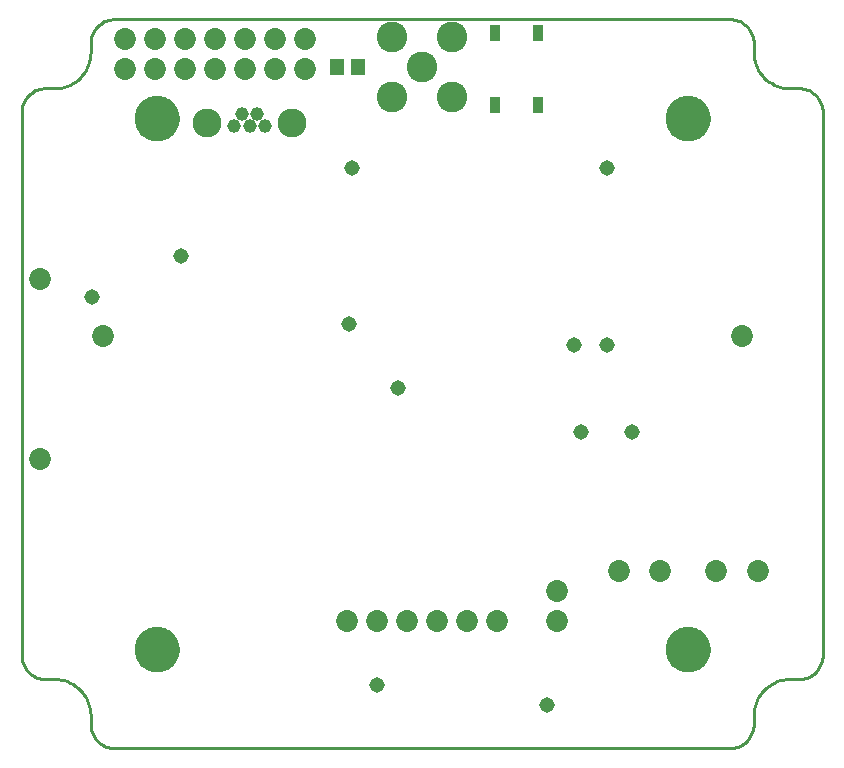
<source format=gbr>
G04 EAGLE Gerber RS-274X export*
G75*
%MOMM*%
%FSLAX34Y34*%
%LPD*%
%INSoldermask Bottom*%
%IPPOS*%
%AMOC8*
5,1,8,0,0,1.08239X$1,22.5*%
G01*
%ADD10C,3.759200*%
%ADD11C,2.603200*%
%ADD12C,1.853200*%
%ADD13C,1.161200*%
%ADD14C,2.453200*%
%ADD15R,0.965200X1.473200*%
%ADD16R,1.219200X1.473200*%
%ADD17C,1.309600*%
%ADD18C,0.254000*%


D10*
X114300Y533400D03*
X563880Y533400D03*
X563880Y83820D03*
X114300Y83820D03*
D11*
X339090Y576580D03*
X364490Y601980D03*
X364490Y551180D03*
X313690Y551180D03*
X313690Y601980D03*
D12*
X113030Y600710D03*
X87630Y575310D03*
X87630Y600710D03*
X138430Y575310D03*
X138430Y600710D03*
X113030Y575310D03*
D13*
X193040Y527050D03*
X180040Y527050D03*
X186540Y537050D03*
X199540Y537050D03*
X206040Y527050D03*
D14*
X157290Y529250D03*
X228790Y529250D03*
D15*
X400600Y605790D03*
X400600Y544830D03*
X437600Y605790D03*
X437600Y544830D03*
D12*
X609600Y349250D03*
X68580Y349250D03*
D16*
X284480Y576580D03*
X266700Y576580D03*
D12*
X453390Y107950D03*
X453390Y133350D03*
X15240Y245110D03*
X15240Y397510D03*
X402590Y107950D03*
X377190Y107950D03*
X351790Y107950D03*
X326390Y107950D03*
X300990Y107950D03*
X275590Y107950D03*
X623290Y149860D03*
X588290Y149860D03*
X540740Y149860D03*
X505740Y149860D03*
X163830Y575310D03*
X240030Y600710D03*
X214630Y600710D03*
X240030Y575310D03*
X214630Y575310D03*
X189230Y575310D03*
X189230Y600710D03*
X163830Y600710D03*
D17*
X444500Y36830D03*
X300990Y53340D03*
X276860Y359410D03*
X318770Y304800D03*
X134620Y416560D03*
X59690Y382270D03*
X473710Y267970D03*
X516890Y267970D03*
X279400Y491490D03*
X495300Y491490D03*
X467360Y341630D03*
X495300Y341630D03*
D18*
X0Y78740D02*
X77Y76969D01*
X309Y75211D01*
X692Y73481D01*
X1225Y71790D01*
X1904Y70152D01*
X2722Y68580D01*
X3675Y67085D01*
X4754Y65679D01*
X5952Y64372D01*
X7259Y63174D01*
X8665Y62095D01*
X10160Y61142D01*
X11732Y60324D01*
X13370Y59645D01*
X15061Y59112D01*
X16791Y58729D01*
X18549Y58497D01*
X20320Y58420D01*
X27940Y58420D01*
X30597Y58304D01*
X33233Y57957D01*
X35829Y57381D01*
X38365Y56582D01*
X40821Y55564D01*
X43180Y54336D01*
X45423Y52908D01*
X47532Y51289D01*
X49493Y49493D01*
X51289Y47532D01*
X52908Y45423D01*
X54336Y43180D01*
X55564Y40821D01*
X56582Y38365D01*
X57381Y35829D01*
X57957Y33233D01*
X58304Y30597D01*
X58420Y27940D01*
X58420Y20320D01*
X58497Y18549D01*
X58729Y16791D01*
X59112Y15061D01*
X59645Y13370D01*
X60324Y11732D01*
X61142Y10160D01*
X62095Y8665D01*
X63174Y7259D01*
X64372Y5952D01*
X65679Y4754D01*
X67085Y3675D01*
X68580Y2722D01*
X70152Y1904D01*
X71790Y1225D01*
X73481Y692D01*
X75211Y309D01*
X76969Y77D01*
X78740Y0D01*
X599440Y0D01*
X601211Y77D01*
X602969Y309D01*
X604699Y692D01*
X606390Y1225D01*
X608028Y1904D01*
X609600Y2722D01*
X611095Y3675D01*
X612501Y4754D01*
X613808Y5952D01*
X615006Y7259D01*
X616085Y8665D01*
X617038Y10160D01*
X617856Y11732D01*
X618535Y13370D01*
X619068Y15061D01*
X619451Y16791D01*
X619683Y18549D01*
X619760Y20320D01*
X619760Y27940D01*
X619876Y30597D01*
X620223Y33233D01*
X620799Y35829D01*
X621598Y38365D01*
X622616Y40821D01*
X623844Y43180D01*
X625272Y45423D01*
X626891Y47532D01*
X628687Y49493D01*
X630648Y51289D01*
X632757Y52908D01*
X635000Y54336D01*
X637359Y55564D01*
X639815Y56582D01*
X642351Y57381D01*
X644947Y57957D01*
X647584Y58304D01*
X650240Y58420D01*
X657860Y58420D01*
X659631Y58497D01*
X661389Y58729D01*
X663119Y59112D01*
X664810Y59645D01*
X666448Y60324D01*
X668020Y61142D01*
X669515Y62095D01*
X670921Y63174D01*
X672228Y64372D01*
X673426Y65679D01*
X674505Y67085D01*
X675458Y68580D01*
X676276Y70152D01*
X676955Y71790D01*
X677488Y73481D01*
X677871Y75211D01*
X678103Y76969D01*
X678180Y78740D01*
X678180Y538480D01*
X678103Y540251D01*
X677871Y542009D01*
X677488Y543739D01*
X676955Y545430D01*
X676276Y547068D01*
X675458Y548640D01*
X674505Y550135D01*
X673426Y551541D01*
X672228Y552848D01*
X670921Y554046D01*
X669515Y555125D01*
X668020Y556078D01*
X666448Y556896D01*
X664810Y557575D01*
X663119Y558108D01*
X661389Y558491D01*
X659631Y558723D01*
X657860Y558800D01*
X650240Y558800D01*
X647584Y558916D01*
X644947Y559263D01*
X642351Y559839D01*
X639815Y560638D01*
X637359Y561656D01*
X635000Y562884D01*
X632757Y564312D01*
X630648Y565931D01*
X628687Y567727D01*
X626891Y569688D01*
X625272Y571797D01*
X623844Y574040D01*
X622616Y576399D01*
X621598Y578855D01*
X620799Y581391D01*
X620223Y583987D01*
X619876Y586624D01*
X619760Y589280D01*
X619760Y596900D01*
X619683Y598671D01*
X619451Y600429D01*
X619068Y602159D01*
X618535Y603850D01*
X617856Y605488D01*
X617038Y607060D01*
X616085Y608555D01*
X615006Y609961D01*
X613808Y611268D01*
X612501Y612466D01*
X611095Y613545D01*
X609600Y614498D01*
X608028Y615316D01*
X606390Y615995D01*
X604699Y616528D01*
X602969Y616911D01*
X601211Y617143D01*
X599440Y617220D01*
X78740Y617220D01*
X76969Y617143D01*
X75211Y616911D01*
X73481Y616528D01*
X71790Y615995D01*
X70152Y615316D01*
X68580Y614498D01*
X67085Y613545D01*
X65679Y612466D01*
X64372Y611268D01*
X63174Y609961D01*
X62095Y608555D01*
X61142Y607060D01*
X60324Y605488D01*
X59645Y603850D01*
X59112Y602159D01*
X58729Y600429D01*
X58497Y598671D01*
X58420Y596900D01*
X58420Y589280D01*
X58304Y586624D01*
X57957Y583987D01*
X57381Y581391D01*
X56582Y578855D01*
X55564Y576399D01*
X54336Y574040D01*
X52908Y571797D01*
X51289Y569688D01*
X49493Y567727D01*
X47532Y565931D01*
X45423Y564312D01*
X43180Y562884D01*
X40821Y561656D01*
X38365Y560638D01*
X35829Y559839D01*
X33233Y559263D01*
X30597Y558916D01*
X27940Y558800D01*
X20320Y558800D01*
X18549Y558723D01*
X16791Y558491D01*
X15061Y558108D01*
X13370Y557575D01*
X11732Y556896D01*
X10160Y556078D01*
X8665Y555125D01*
X7259Y554046D01*
X5952Y552848D01*
X4754Y551541D01*
X3675Y550135D01*
X2722Y548640D01*
X1904Y547068D01*
X1225Y545430D01*
X692Y543739D01*
X309Y542009D01*
X77Y540251D01*
X0Y538480D01*
X0Y78740D01*
X132080Y532818D02*
X132004Y531656D01*
X131852Y530502D01*
X131625Y529360D01*
X131324Y528236D01*
X130949Y527134D01*
X130504Y526058D01*
X129989Y525014D01*
X129407Y524006D01*
X128760Y523038D01*
X128052Y522114D01*
X127284Y521239D01*
X126461Y520416D01*
X125586Y519649D01*
X124662Y518940D01*
X123694Y518293D01*
X122686Y517711D01*
X121642Y517196D01*
X120566Y516751D01*
X119464Y516377D01*
X118340Y516075D01*
X117198Y515848D01*
X116044Y515696D01*
X114882Y515620D01*
X113718Y515620D01*
X112556Y515696D01*
X111402Y515848D01*
X110260Y516075D01*
X109136Y516377D01*
X108034Y516751D01*
X106958Y517196D01*
X105914Y517711D01*
X104906Y518293D01*
X103938Y518940D01*
X103014Y519649D01*
X102139Y520416D01*
X101316Y521239D01*
X100549Y522114D01*
X99840Y523038D01*
X99193Y524006D01*
X98611Y525014D01*
X98096Y526058D01*
X97651Y527134D01*
X97277Y528236D01*
X96975Y529360D01*
X96748Y530502D01*
X96596Y531656D01*
X96520Y532818D01*
X96520Y533982D01*
X96596Y535144D01*
X96748Y536298D01*
X96975Y537440D01*
X97277Y538564D01*
X97651Y539666D01*
X98096Y540742D01*
X98611Y541786D01*
X99193Y542794D01*
X99840Y543762D01*
X100549Y544686D01*
X101316Y545561D01*
X102139Y546384D01*
X103014Y547152D01*
X103938Y547860D01*
X104906Y548507D01*
X105914Y549089D01*
X106958Y549604D01*
X108034Y550049D01*
X109136Y550424D01*
X110260Y550725D01*
X111402Y550952D01*
X112556Y551104D01*
X113718Y551180D01*
X114882Y551180D01*
X116044Y551104D01*
X117198Y550952D01*
X118340Y550725D01*
X119464Y550424D01*
X120566Y550049D01*
X121642Y549604D01*
X122686Y549089D01*
X123694Y548507D01*
X124662Y547860D01*
X125586Y547152D01*
X126461Y546384D01*
X127284Y545561D01*
X128052Y544686D01*
X128760Y543762D01*
X129407Y542794D01*
X129989Y541786D01*
X130504Y540742D01*
X130949Y539666D01*
X131324Y538564D01*
X131625Y537440D01*
X131852Y536298D01*
X132004Y535144D01*
X132080Y533982D01*
X132080Y532818D01*
X581660Y532818D02*
X581584Y531656D01*
X581432Y530502D01*
X581205Y529360D01*
X580904Y528236D01*
X580529Y527134D01*
X580084Y526058D01*
X579569Y525014D01*
X578987Y524006D01*
X578340Y523038D01*
X577632Y522114D01*
X576864Y521239D01*
X576041Y520416D01*
X575166Y519649D01*
X574242Y518940D01*
X573274Y518293D01*
X572266Y517711D01*
X571222Y517196D01*
X570146Y516751D01*
X569044Y516377D01*
X567920Y516075D01*
X566778Y515848D01*
X565624Y515696D01*
X564462Y515620D01*
X563298Y515620D01*
X562136Y515696D01*
X560982Y515848D01*
X559840Y516075D01*
X558716Y516377D01*
X557614Y516751D01*
X556538Y517196D01*
X555494Y517711D01*
X554486Y518293D01*
X553518Y518940D01*
X552594Y519649D01*
X551719Y520416D01*
X550896Y521239D01*
X550129Y522114D01*
X549420Y523038D01*
X548773Y524006D01*
X548191Y525014D01*
X547676Y526058D01*
X547231Y527134D01*
X546857Y528236D01*
X546555Y529360D01*
X546328Y530502D01*
X546176Y531656D01*
X546100Y532818D01*
X546100Y533982D01*
X546176Y535144D01*
X546328Y536298D01*
X546555Y537440D01*
X546857Y538564D01*
X547231Y539666D01*
X547676Y540742D01*
X548191Y541786D01*
X548773Y542794D01*
X549420Y543762D01*
X550129Y544686D01*
X550896Y545561D01*
X551719Y546384D01*
X552594Y547152D01*
X553518Y547860D01*
X554486Y548507D01*
X555494Y549089D01*
X556538Y549604D01*
X557614Y550049D01*
X558716Y550424D01*
X559840Y550725D01*
X560982Y550952D01*
X562136Y551104D01*
X563298Y551180D01*
X564462Y551180D01*
X565624Y551104D01*
X566778Y550952D01*
X567920Y550725D01*
X569044Y550424D01*
X570146Y550049D01*
X571222Y549604D01*
X572266Y549089D01*
X573274Y548507D01*
X574242Y547860D01*
X575166Y547152D01*
X576041Y546384D01*
X576864Y545561D01*
X577632Y544686D01*
X578340Y543762D01*
X578987Y542794D01*
X579569Y541786D01*
X580084Y540742D01*
X580529Y539666D01*
X580904Y538564D01*
X581205Y537440D01*
X581432Y536298D01*
X581584Y535144D01*
X581660Y533982D01*
X581660Y532818D01*
X581660Y83238D02*
X581584Y82076D01*
X581432Y80922D01*
X581205Y79780D01*
X580904Y78656D01*
X580529Y77554D01*
X580084Y76478D01*
X579569Y75434D01*
X578987Y74426D01*
X578340Y73458D01*
X577632Y72534D01*
X576864Y71659D01*
X576041Y70836D01*
X575166Y70069D01*
X574242Y69360D01*
X573274Y68713D01*
X572266Y68131D01*
X571222Y67616D01*
X570146Y67171D01*
X569044Y66797D01*
X567920Y66495D01*
X566778Y66268D01*
X565624Y66116D01*
X564462Y66040D01*
X563298Y66040D01*
X562136Y66116D01*
X560982Y66268D01*
X559840Y66495D01*
X558716Y66797D01*
X557614Y67171D01*
X556538Y67616D01*
X555494Y68131D01*
X554486Y68713D01*
X553518Y69360D01*
X552594Y70069D01*
X551719Y70836D01*
X550896Y71659D01*
X550129Y72534D01*
X549420Y73458D01*
X548773Y74426D01*
X548191Y75434D01*
X547676Y76478D01*
X547231Y77554D01*
X546857Y78656D01*
X546555Y79780D01*
X546328Y80922D01*
X546176Y82076D01*
X546100Y83238D01*
X546100Y84402D01*
X546176Y85564D01*
X546328Y86718D01*
X546555Y87860D01*
X546857Y88984D01*
X547231Y90086D01*
X547676Y91162D01*
X548191Y92206D01*
X548773Y93214D01*
X549420Y94182D01*
X550129Y95106D01*
X550896Y95981D01*
X551719Y96804D01*
X552594Y97572D01*
X553518Y98280D01*
X554486Y98927D01*
X555494Y99509D01*
X556538Y100024D01*
X557614Y100469D01*
X558716Y100844D01*
X559840Y101145D01*
X560982Y101372D01*
X562136Y101524D01*
X563298Y101600D01*
X564462Y101600D01*
X565624Y101524D01*
X566778Y101372D01*
X567920Y101145D01*
X569044Y100844D01*
X570146Y100469D01*
X571222Y100024D01*
X572266Y99509D01*
X573274Y98927D01*
X574242Y98280D01*
X575166Y97572D01*
X576041Y96804D01*
X576864Y95981D01*
X577632Y95106D01*
X578340Y94182D01*
X578987Y93214D01*
X579569Y92206D01*
X580084Y91162D01*
X580529Y90086D01*
X580904Y88984D01*
X581205Y87860D01*
X581432Y86718D01*
X581584Y85564D01*
X581660Y84402D01*
X581660Y83238D01*
X132080Y83238D02*
X132004Y82076D01*
X131852Y80922D01*
X131625Y79780D01*
X131324Y78656D01*
X130949Y77554D01*
X130504Y76478D01*
X129989Y75434D01*
X129407Y74426D01*
X128760Y73458D01*
X128052Y72534D01*
X127284Y71659D01*
X126461Y70836D01*
X125586Y70069D01*
X124662Y69360D01*
X123694Y68713D01*
X122686Y68131D01*
X121642Y67616D01*
X120566Y67171D01*
X119464Y66797D01*
X118340Y66495D01*
X117198Y66268D01*
X116044Y66116D01*
X114882Y66040D01*
X113718Y66040D01*
X112556Y66116D01*
X111402Y66268D01*
X110260Y66495D01*
X109136Y66797D01*
X108034Y67171D01*
X106958Y67616D01*
X105914Y68131D01*
X104906Y68713D01*
X103938Y69360D01*
X103014Y70069D01*
X102139Y70836D01*
X101316Y71659D01*
X100549Y72534D01*
X99840Y73458D01*
X99193Y74426D01*
X98611Y75434D01*
X98096Y76478D01*
X97651Y77554D01*
X97277Y78656D01*
X96975Y79780D01*
X96748Y80922D01*
X96596Y82076D01*
X96520Y83238D01*
X96520Y84402D01*
X96596Y85564D01*
X96748Y86718D01*
X96975Y87860D01*
X97277Y88984D01*
X97651Y90086D01*
X98096Y91162D01*
X98611Y92206D01*
X99193Y93214D01*
X99840Y94182D01*
X100549Y95106D01*
X101316Y95981D01*
X102139Y96804D01*
X103014Y97572D01*
X103938Y98280D01*
X104906Y98927D01*
X105914Y99509D01*
X106958Y100024D01*
X108034Y100469D01*
X109136Y100844D01*
X110260Y101145D01*
X111402Y101372D01*
X112556Y101524D01*
X113718Y101600D01*
X114882Y101600D01*
X116044Y101524D01*
X117198Y101372D01*
X118340Y101145D01*
X119464Y100844D01*
X120566Y100469D01*
X121642Y100024D01*
X122686Y99509D01*
X123694Y98927D01*
X124662Y98280D01*
X125586Y97572D01*
X126461Y96804D01*
X127284Y95981D01*
X128052Y95106D01*
X128760Y94182D01*
X129407Y93214D01*
X129989Y92206D01*
X130504Y91162D01*
X130949Y90086D01*
X131324Y88984D01*
X131625Y87860D01*
X131852Y86718D01*
X132004Y85564D01*
X132080Y84402D01*
X132080Y83238D01*
M02*

</source>
